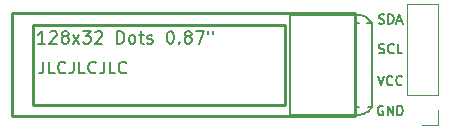
<source format=gto>
G04 EasyEDA Pro v1.9.28, 2023-01-14 19:19:00*
G04 Gerber Generator version 0.3*%TF.GenerationSoftware,KiCad,Pcbnew,7.0.5*%
%TF.CreationDate,2023-11-23T16:42:44+08:00*%
%TF.ProjectId,0.87OLED_DevBoard,302e3837-4f4c-4454-945f-446576426f61,rev?*%
%TF.SameCoordinates,Original*%
%TF.FileFunction,Legend,Top*%
%TF.FilePolarity,Positive*%
%FSLAX46Y46*%
G04 Gerber Fmt 4.6, Leading zero omitted, Abs format (unit mm)*
G04 Created by KiCad (PCBNEW 7.0.5) date 2023-11-23 16:42:44*
%MOMM*%
%LPD*%
G01*
G04 APERTURE LIST*
%ADD10C,0.150000*%
%ADD11C,0.203000*%
%ADD12C,0.120000*%
%ADD13C,0.254000*%
%ADD14C,0.127000*%
G04 APERTURE END LIST*
D10*
X68002493Y-59019819D02*
X68002493Y-59734104D01*
X68002493Y-59734104D02*
X67954874Y-59876961D01*
X67954874Y-59876961D02*
X67859636Y-59972200D01*
X67859636Y-59972200D02*
X67716779Y-60019819D01*
X67716779Y-60019819D02*
X67621541Y-60019819D01*
X68954874Y-60019819D02*
X68478684Y-60019819D01*
X68478684Y-60019819D02*
X68478684Y-59019819D01*
X69859636Y-59924580D02*
X69812017Y-59972200D01*
X69812017Y-59972200D02*
X69669160Y-60019819D01*
X69669160Y-60019819D02*
X69573922Y-60019819D01*
X69573922Y-60019819D02*
X69431065Y-59972200D01*
X69431065Y-59972200D02*
X69335827Y-59876961D01*
X69335827Y-59876961D02*
X69288208Y-59781723D01*
X69288208Y-59781723D02*
X69240589Y-59591247D01*
X69240589Y-59591247D02*
X69240589Y-59448390D01*
X69240589Y-59448390D02*
X69288208Y-59257914D01*
X69288208Y-59257914D02*
X69335827Y-59162676D01*
X69335827Y-59162676D02*
X69431065Y-59067438D01*
X69431065Y-59067438D02*
X69573922Y-59019819D01*
X69573922Y-59019819D02*
X69669160Y-59019819D01*
X69669160Y-59019819D02*
X69812017Y-59067438D01*
X69812017Y-59067438D02*
X69859636Y-59115057D01*
X70573922Y-59019819D02*
X70573922Y-59734104D01*
X70573922Y-59734104D02*
X70526303Y-59876961D01*
X70526303Y-59876961D02*
X70431065Y-59972200D01*
X70431065Y-59972200D02*
X70288208Y-60019819D01*
X70288208Y-60019819D02*
X70192970Y-60019819D01*
X71526303Y-60019819D02*
X71050113Y-60019819D01*
X71050113Y-60019819D02*
X71050113Y-59019819D01*
X72431065Y-59924580D02*
X72383446Y-59972200D01*
X72383446Y-59972200D02*
X72240589Y-60019819D01*
X72240589Y-60019819D02*
X72145351Y-60019819D01*
X72145351Y-60019819D02*
X72002494Y-59972200D01*
X72002494Y-59972200D02*
X71907256Y-59876961D01*
X71907256Y-59876961D02*
X71859637Y-59781723D01*
X71859637Y-59781723D02*
X71812018Y-59591247D01*
X71812018Y-59591247D02*
X71812018Y-59448390D01*
X71812018Y-59448390D02*
X71859637Y-59257914D01*
X71859637Y-59257914D02*
X71907256Y-59162676D01*
X71907256Y-59162676D02*
X72002494Y-59067438D01*
X72002494Y-59067438D02*
X72145351Y-59019819D01*
X72145351Y-59019819D02*
X72240589Y-59019819D01*
X72240589Y-59019819D02*
X72383446Y-59067438D01*
X72383446Y-59067438D02*
X72431065Y-59115057D01*
X73145351Y-59019819D02*
X73145351Y-59734104D01*
X73145351Y-59734104D02*
X73097732Y-59876961D01*
X73097732Y-59876961D02*
X73002494Y-59972200D01*
X73002494Y-59972200D02*
X72859637Y-60019819D01*
X72859637Y-60019819D02*
X72764399Y-60019819D01*
X74097732Y-60019819D02*
X73621542Y-60019819D01*
X73621542Y-60019819D02*
X73621542Y-59019819D01*
X75002494Y-59924580D02*
X74954875Y-59972200D01*
X74954875Y-59972200D02*
X74812018Y-60019819D01*
X74812018Y-60019819D02*
X74716780Y-60019819D01*
X74716780Y-60019819D02*
X74573923Y-59972200D01*
X74573923Y-59972200D02*
X74478685Y-59876961D01*
X74478685Y-59876961D02*
X74431066Y-59781723D01*
X74431066Y-59781723D02*
X74383447Y-59591247D01*
X74383447Y-59591247D02*
X74383447Y-59448390D01*
X74383447Y-59448390D02*
X74431066Y-59257914D01*
X74431066Y-59257914D02*
X74478685Y-59162676D01*
X74478685Y-59162676D02*
X74573923Y-59067438D01*
X74573923Y-59067438D02*
X74716780Y-59019819D01*
X74716780Y-59019819D02*
X74812018Y-59019819D01*
X74812018Y-59019819D02*
X74954875Y-59067438D01*
X74954875Y-59067438D02*
X75002494Y-59115057D01*
X96752017Y-62812390D02*
X96675827Y-62774295D01*
X96675827Y-62774295D02*
X96561541Y-62774295D01*
X96561541Y-62774295D02*
X96447255Y-62812390D01*
X96447255Y-62812390D02*
X96371065Y-62888580D01*
X96371065Y-62888580D02*
X96332970Y-62964771D01*
X96332970Y-62964771D02*
X96294874Y-63117152D01*
X96294874Y-63117152D02*
X96294874Y-63231438D01*
X96294874Y-63231438D02*
X96332970Y-63383819D01*
X96332970Y-63383819D02*
X96371065Y-63460009D01*
X96371065Y-63460009D02*
X96447255Y-63536200D01*
X96447255Y-63536200D02*
X96561541Y-63574295D01*
X96561541Y-63574295D02*
X96637732Y-63574295D01*
X96637732Y-63574295D02*
X96752017Y-63536200D01*
X96752017Y-63536200D02*
X96790113Y-63498104D01*
X96790113Y-63498104D02*
X96790113Y-63231438D01*
X96790113Y-63231438D02*
X96637732Y-63231438D01*
X97132970Y-63574295D02*
X97132970Y-62774295D01*
X97132970Y-62774295D02*
X97590113Y-63574295D01*
X97590113Y-63574295D02*
X97590113Y-62774295D01*
X97971065Y-63574295D02*
X97971065Y-62774295D01*
X97971065Y-62774295D02*
X98161541Y-62774295D01*
X98161541Y-62774295D02*
X98275827Y-62812390D01*
X98275827Y-62812390D02*
X98352017Y-62888580D01*
X98352017Y-62888580D02*
X98390112Y-62964771D01*
X98390112Y-62964771D02*
X98428208Y-63117152D01*
X98428208Y-63117152D02*
X98428208Y-63231438D01*
X98428208Y-63231438D02*
X98390112Y-63383819D01*
X98390112Y-63383819D02*
X98352017Y-63460009D01*
X98352017Y-63460009D02*
X98275827Y-63536200D01*
X98275827Y-63536200D02*
X98161541Y-63574295D01*
X98161541Y-63574295D02*
X97971065Y-63574295D01*
X96294874Y-60234295D02*
X96561541Y-61034295D01*
X96561541Y-61034295D02*
X96828207Y-60234295D01*
X97552017Y-60958104D02*
X97513921Y-60996200D01*
X97513921Y-60996200D02*
X97399636Y-61034295D01*
X97399636Y-61034295D02*
X97323445Y-61034295D01*
X97323445Y-61034295D02*
X97209159Y-60996200D01*
X97209159Y-60996200D02*
X97132969Y-60920009D01*
X97132969Y-60920009D02*
X97094874Y-60843819D01*
X97094874Y-60843819D02*
X97056778Y-60691438D01*
X97056778Y-60691438D02*
X97056778Y-60577152D01*
X97056778Y-60577152D02*
X97094874Y-60424771D01*
X97094874Y-60424771D02*
X97132969Y-60348580D01*
X97132969Y-60348580D02*
X97209159Y-60272390D01*
X97209159Y-60272390D02*
X97323445Y-60234295D01*
X97323445Y-60234295D02*
X97399636Y-60234295D01*
X97399636Y-60234295D02*
X97513921Y-60272390D01*
X97513921Y-60272390D02*
X97552017Y-60310485D01*
X98352017Y-60958104D02*
X98313921Y-60996200D01*
X98313921Y-60996200D02*
X98199636Y-61034295D01*
X98199636Y-61034295D02*
X98123445Y-61034295D01*
X98123445Y-61034295D02*
X98009159Y-60996200D01*
X98009159Y-60996200D02*
X97932969Y-60920009D01*
X97932969Y-60920009D02*
X97894874Y-60843819D01*
X97894874Y-60843819D02*
X97856778Y-60691438D01*
X97856778Y-60691438D02*
X97856778Y-60577152D01*
X97856778Y-60577152D02*
X97894874Y-60424771D01*
X97894874Y-60424771D02*
X97932969Y-60348580D01*
X97932969Y-60348580D02*
X98009159Y-60272390D01*
X98009159Y-60272390D02*
X98123445Y-60234295D01*
X98123445Y-60234295D02*
X98199636Y-60234295D01*
X98199636Y-60234295D02*
X98313921Y-60272390D01*
X98313921Y-60272390D02*
X98352017Y-60310485D01*
X96409159Y-58296200D02*
X96523445Y-58334295D01*
X96523445Y-58334295D02*
X96713921Y-58334295D01*
X96713921Y-58334295D02*
X96790112Y-58296200D01*
X96790112Y-58296200D02*
X96828207Y-58258104D01*
X96828207Y-58258104D02*
X96866302Y-58181914D01*
X96866302Y-58181914D02*
X96866302Y-58105723D01*
X96866302Y-58105723D02*
X96828207Y-58029533D01*
X96828207Y-58029533D02*
X96790112Y-57991438D01*
X96790112Y-57991438D02*
X96713921Y-57953342D01*
X96713921Y-57953342D02*
X96561540Y-57915247D01*
X96561540Y-57915247D02*
X96485350Y-57877152D01*
X96485350Y-57877152D02*
X96447255Y-57839057D01*
X96447255Y-57839057D02*
X96409159Y-57762866D01*
X96409159Y-57762866D02*
X96409159Y-57686676D01*
X96409159Y-57686676D02*
X96447255Y-57610485D01*
X96447255Y-57610485D02*
X96485350Y-57572390D01*
X96485350Y-57572390D02*
X96561540Y-57534295D01*
X96561540Y-57534295D02*
X96752017Y-57534295D01*
X96752017Y-57534295D02*
X96866302Y-57572390D01*
X97666303Y-58258104D02*
X97628207Y-58296200D01*
X97628207Y-58296200D02*
X97513922Y-58334295D01*
X97513922Y-58334295D02*
X97437731Y-58334295D01*
X97437731Y-58334295D02*
X97323445Y-58296200D01*
X97323445Y-58296200D02*
X97247255Y-58220009D01*
X97247255Y-58220009D02*
X97209160Y-58143819D01*
X97209160Y-58143819D02*
X97171064Y-57991438D01*
X97171064Y-57991438D02*
X97171064Y-57877152D01*
X97171064Y-57877152D02*
X97209160Y-57724771D01*
X97209160Y-57724771D02*
X97247255Y-57648580D01*
X97247255Y-57648580D02*
X97323445Y-57572390D01*
X97323445Y-57572390D02*
X97437731Y-57534295D01*
X97437731Y-57534295D02*
X97513922Y-57534295D01*
X97513922Y-57534295D02*
X97628207Y-57572390D01*
X97628207Y-57572390D02*
X97666303Y-57610485D01*
X98390112Y-58334295D02*
X98009160Y-58334295D01*
X98009160Y-58334295D02*
X98009160Y-57534295D01*
X96390112Y-55766200D02*
X96504398Y-55804295D01*
X96504398Y-55804295D02*
X96694874Y-55804295D01*
X96694874Y-55804295D02*
X96771065Y-55766200D01*
X96771065Y-55766200D02*
X96809160Y-55728104D01*
X96809160Y-55728104D02*
X96847255Y-55651914D01*
X96847255Y-55651914D02*
X96847255Y-55575723D01*
X96847255Y-55575723D02*
X96809160Y-55499533D01*
X96809160Y-55499533D02*
X96771065Y-55461438D01*
X96771065Y-55461438D02*
X96694874Y-55423342D01*
X96694874Y-55423342D02*
X96542493Y-55385247D01*
X96542493Y-55385247D02*
X96466303Y-55347152D01*
X96466303Y-55347152D02*
X96428208Y-55309057D01*
X96428208Y-55309057D02*
X96390112Y-55232866D01*
X96390112Y-55232866D02*
X96390112Y-55156676D01*
X96390112Y-55156676D02*
X96428208Y-55080485D01*
X96428208Y-55080485D02*
X96466303Y-55042390D01*
X96466303Y-55042390D02*
X96542493Y-55004295D01*
X96542493Y-55004295D02*
X96732970Y-55004295D01*
X96732970Y-55004295D02*
X96847255Y-55042390D01*
X97190113Y-55804295D02*
X97190113Y-55004295D01*
X97190113Y-55004295D02*
X97380589Y-55004295D01*
X97380589Y-55004295D02*
X97494875Y-55042390D01*
X97494875Y-55042390D02*
X97571065Y-55118580D01*
X97571065Y-55118580D02*
X97609160Y-55194771D01*
X97609160Y-55194771D02*
X97647256Y-55347152D01*
X97647256Y-55347152D02*
X97647256Y-55461438D01*
X97647256Y-55461438D02*
X97609160Y-55613819D01*
X97609160Y-55613819D02*
X97571065Y-55690009D01*
X97571065Y-55690009D02*
X97494875Y-55766200D01*
X97494875Y-55766200D02*
X97380589Y-55804295D01*
X97380589Y-55804295D02*
X97190113Y-55804295D01*
X97952017Y-55575723D02*
X98332970Y-55575723D01*
X97875827Y-55804295D02*
X98142494Y-55004295D01*
X98142494Y-55004295D02*
X98409160Y-55804295D01*
D11*
%TO.C,U1*%
X68143552Y-57495194D02*
X67543552Y-57495194D01*
X67843552Y-57495194D02*
X67843552Y-56445194D01*
X67843552Y-56445194D02*
X67743552Y-56595194D01*
X67743552Y-56595194D02*
X67643552Y-56695194D01*
X67643552Y-56695194D02*
X67543552Y-56745194D01*
X68543552Y-56545194D02*
X68593552Y-56495194D01*
X68593552Y-56495194D02*
X68693552Y-56445194D01*
X68693552Y-56445194D02*
X68943552Y-56445194D01*
X68943552Y-56445194D02*
X69043552Y-56495194D01*
X69043552Y-56495194D02*
X69093552Y-56545194D01*
X69093552Y-56545194D02*
X69143552Y-56645194D01*
X69143552Y-56645194D02*
X69143552Y-56745194D01*
X69143552Y-56745194D02*
X69093552Y-56895194D01*
X69093552Y-56895194D02*
X68493552Y-57495194D01*
X68493552Y-57495194D02*
X69143552Y-57495194D01*
X69743552Y-56895194D02*
X69643552Y-56845194D01*
X69643552Y-56845194D02*
X69593552Y-56795194D01*
X69593552Y-56795194D02*
X69543552Y-56695194D01*
X69543552Y-56695194D02*
X69543552Y-56645194D01*
X69543552Y-56645194D02*
X69593552Y-56545194D01*
X69593552Y-56545194D02*
X69643552Y-56495194D01*
X69643552Y-56495194D02*
X69743552Y-56445194D01*
X69743552Y-56445194D02*
X69943552Y-56445194D01*
X69943552Y-56445194D02*
X70043552Y-56495194D01*
X70043552Y-56495194D02*
X70093552Y-56545194D01*
X70093552Y-56545194D02*
X70143552Y-56645194D01*
X70143552Y-56645194D02*
X70143552Y-56695194D01*
X70143552Y-56695194D02*
X70093552Y-56795194D01*
X70093552Y-56795194D02*
X70043552Y-56845194D01*
X70043552Y-56845194D02*
X69943552Y-56895194D01*
X69943552Y-56895194D02*
X69743552Y-56895194D01*
X69743552Y-56895194D02*
X69643552Y-56945194D01*
X69643552Y-56945194D02*
X69593552Y-56995194D01*
X69593552Y-56995194D02*
X69543552Y-57095194D01*
X69543552Y-57095194D02*
X69543552Y-57295194D01*
X69543552Y-57295194D02*
X69593552Y-57395194D01*
X69593552Y-57395194D02*
X69643552Y-57445194D01*
X69643552Y-57445194D02*
X69743552Y-57495194D01*
X69743552Y-57495194D02*
X69943552Y-57495194D01*
X69943552Y-57495194D02*
X70043552Y-57445194D01*
X70043552Y-57445194D02*
X70093552Y-57395194D01*
X70093552Y-57395194D02*
X70143552Y-57295194D01*
X70143552Y-57295194D02*
X70143552Y-57095194D01*
X70143552Y-57095194D02*
X70093552Y-56995194D01*
X70093552Y-56995194D02*
X70043552Y-56945194D01*
X70043552Y-56945194D02*
X69943552Y-56895194D01*
X70493552Y-57495194D02*
X71043552Y-56795194D01*
X70493552Y-56795194D02*
X71043552Y-57495194D01*
X71343552Y-56445194D02*
X71993552Y-56445194D01*
X71993552Y-56445194D02*
X71643552Y-56845194D01*
X71643552Y-56845194D02*
X71793552Y-56845194D01*
X71793552Y-56845194D02*
X71893552Y-56895194D01*
X71893552Y-56895194D02*
X71943552Y-56945194D01*
X71943552Y-56945194D02*
X71993552Y-57045194D01*
X71993552Y-57045194D02*
X71993552Y-57295194D01*
X71993552Y-57295194D02*
X71943552Y-57395194D01*
X71943552Y-57395194D02*
X71893552Y-57445194D01*
X71893552Y-57445194D02*
X71793552Y-57495194D01*
X71793552Y-57495194D02*
X71493552Y-57495194D01*
X71493552Y-57495194D02*
X71393552Y-57445194D01*
X71393552Y-57445194D02*
X71343552Y-57395194D01*
X72393552Y-56545194D02*
X72443552Y-56495194D01*
X72443552Y-56495194D02*
X72543552Y-56445194D01*
X72543552Y-56445194D02*
X72793552Y-56445194D01*
X72793552Y-56445194D02*
X72893552Y-56495194D01*
X72893552Y-56495194D02*
X72943552Y-56545194D01*
X72943552Y-56545194D02*
X72993552Y-56645194D01*
X72993552Y-56645194D02*
X72993552Y-56745194D01*
X72993552Y-56745194D02*
X72943552Y-56895194D01*
X72943552Y-56895194D02*
X72343552Y-57495194D01*
X72343552Y-57495194D02*
X72993552Y-57495194D01*
X74243552Y-57495194D02*
X74243552Y-56445194D01*
X74243552Y-56445194D02*
X74493552Y-56445194D01*
X74493552Y-56445194D02*
X74643552Y-56495194D01*
X74643552Y-56495194D02*
X74743552Y-56595194D01*
X74743552Y-56595194D02*
X74793552Y-56695194D01*
X74793552Y-56695194D02*
X74843552Y-56895194D01*
X74843552Y-56895194D02*
X74843552Y-57045194D01*
X74843552Y-57045194D02*
X74793552Y-57245194D01*
X74793552Y-57245194D02*
X74743552Y-57345194D01*
X74743552Y-57345194D02*
X74643552Y-57445194D01*
X74643552Y-57445194D02*
X74493552Y-57495194D01*
X74493552Y-57495194D02*
X74243552Y-57495194D01*
X75443552Y-57495194D02*
X75343552Y-57445194D01*
X75343552Y-57445194D02*
X75293552Y-57395194D01*
X75293552Y-57395194D02*
X75243552Y-57295194D01*
X75243552Y-57295194D02*
X75243552Y-56995194D01*
X75243552Y-56995194D02*
X75293552Y-56895194D01*
X75293552Y-56895194D02*
X75343552Y-56845194D01*
X75343552Y-56845194D02*
X75443552Y-56795194D01*
X75443552Y-56795194D02*
X75593552Y-56795194D01*
X75593552Y-56795194D02*
X75693552Y-56845194D01*
X75693552Y-56845194D02*
X75743552Y-56895194D01*
X75743552Y-56895194D02*
X75793552Y-56995194D01*
X75793552Y-56995194D02*
X75793552Y-57295194D01*
X75793552Y-57295194D02*
X75743552Y-57395194D01*
X75743552Y-57395194D02*
X75693552Y-57445194D01*
X75693552Y-57445194D02*
X75593552Y-57495194D01*
X75593552Y-57495194D02*
X75443552Y-57495194D01*
X76093552Y-56795194D02*
X76493552Y-56795194D01*
X76243552Y-56445194D02*
X76243552Y-57345194D01*
X76243552Y-57345194D02*
X76293552Y-57445194D01*
X76293552Y-57445194D02*
X76393552Y-57495194D01*
X76393552Y-57495194D02*
X76493552Y-57495194D01*
X76793552Y-57445194D02*
X76893552Y-57495194D01*
X76893552Y-57495194D02*
X77093552Y-57495194D01*
X77093552Y-57495194D02*
X77193552Y-57445194D01*
X77193552Y-57445194D02*
X77243552Y-57345194D01*
X77243552Y-57345194D02*
X77243552Y-57295194D01*
X77243552Y-57295194D02*
X77193552Y-57195194D01*
X77193552Y-57195194D02*
X77093552Y-57145194D01*
X77093552Y-57145194D02*
X76943552Y-57145194D01*
X76943552Y-57145194D02*
X76843552Y-57095194D01*
X76843552Y-57095194D02*
X76793552Y-56995194D01*
X76793552Y-56995194D02*
X76793552Y-56945194D01*
X76793552Y-56945194D02*
X76843552Y-56845194D01*
X76843552Y-56845194D02*
X76943552Y-56795194D01*
X76943552Y-56795194D02*
X77093552Y-56795194D01*
X77093552Y-56795194D02*
X77193552Y-56845194D01*
X78693552Y-56445194D02*
X78793552Y-56445194D01*
X78793552Y-56445194D02*
X78893552Y-56495194D01*
X78893552Y-56495194D02*
X78943552Y-56545194D01*
X78943552Y-56545194D02*
X78993552Y-56645194D01*
X78993552Y-56645194D02*
X79043552Y-56845194D01*
X79043552Y-56845194D02*
X79043552Y-57095194D01*
X79043552Y-57095194D02*
X78993552Y-57295194D01*
X78993552Y-57295194D02*
X78943552Y-57395194D01*
X78943552Y-57395194D02*
X78893552Y-57445194D01*
X78893552Y-57445194D02*
X78793552Y-57495194D01*
X78793552Y-57495194D02*
X78693552Y-57495194D01*
X78693552Y-57495194D02*
X78593552Y-57445194D01*
X78593552Y-57445194D02*
X78543552Y-57395194D01*
X78543552Y-57395194D02*
X78493552Y-57295194D01*
X78493552Y-57295194D02*
X78443552Y-57095194D01*
X78443552Y-57095194D02*
X78443552Y-56845194D01*
X78443552Y-56845194D02*
X78493552Y-56645194D01*
X78493552Y-56645194D02*
X78543552Y-56545194D01*
X78543552Y-56545194D02*
X78593552Y-56495194D01*
X78593552Y-56495194D02*
X78693552Y-56445194D01*
X79493552Y-57395194D02*
X79543552Y-57445194D01*
X79543552Y-57445194D02*
X79493552Y-57495194D01*
X79493552Y-57495194D02*
X79443552Y-57445194D01*
X79443552Y-57445194D02*
X79493552Y-57395194D01*
X79493552Y-57395194D02*
X79493552Y-57495194D01*
X80143552Y-56895194D02*
X80043552Y-56845194D01*
X80043552Y-56845194D02*
X79993552Y-56795194D01*
X79993552Y-56795194D02*
X79943552Y-56695194D01*
X79943552Y-56695194D02*
X79943552Y-56645194D01*
X79943552Y-56645194D02*
X79993552Y-56545194D01*
X79993552Y-56545194D02*
X80043552Y-56495194D01*
X80043552Y-56495194D02*
X80143552Y-56445194D01*
X80143552Y-56445194D02*
X80343552Y-56445194D01*
X80343552Y-56445194D02*
X80443552Y-56495194D01*
X80443552Y-56495194D02*
X80493552Y-56545194D01*
X80493552Y-56545194D02*
X80543552Y-56645194D01*
X80543552Y-56645194D02*
X80543552Y-56695194D01*
X80543552Y-56695194D02*
X80493552Y-56795194D01*
X80493552Y-56795194D02*
X80443552Y-56845194D01*
X80443552Y-56845194D02*
X80343552Y-56895194D01*
X80343552Y-56895194D02*
X80143552Y-56895194D01*
X80143552Y-56895194D02*
X80043552Y-56945194D01*
X80043552Y-56945194D02*
X79993552Y-56995194D01*
X79993552Y-56995194D02*
X79943552Y-57095194D01*
X79943552Y-57095194D02*
X79943552Y-57295194D01*
X79943552Y-57295194D02*
X79993552Y-57395194D01*
X79993552Y-57395194D02*
X80043552Y-57445194D01*
X80043552Y-57445194D02*
X80143552Y-57495194D01*
X80143552Y-57495194D02*
X80343552Y-57495194D01*
X80343552Y-57495194D02*
X80443552Y-57445194D01*
X80443552Y-57445194D02*
X80493552Y-57395194D01*
X80493552Y-57395194D02*
X80543552Y-57295194D01*
X80543552Y-57295194D02*
X80543552Y-57095194D01*
X80543552Y-57095194D02*
X80493552Y-56995194D01*
X80493552Y-56995194D02*
X80443552Y-56945194D01*
X80443552Y-56945194D02*
X80343552Y-56895194D01*
X80893552Y-56445194D02*
X81593552Y-56445194D01*
X81593552Y-56445194D02*
X81143552Y-57495194D01*
X81943552Y-56445194D02*
X81943552Y-56645194D01*
X82343552Y-56445194D02*
X82343552Y-56645194D01*
D12*
%TO.C,J1*%
X98740000Y-61808000D02*
X98740000Y-54128000D01*
X101400000Y-63078000D02*
X101400000Y-64408000D01*
X101400000Y-54128000D02*
X98740000Y-54128000D01*
X101400000Y-61808000D02*
X98740000Y-61808000D01*
X101400000Y-64408000D02*
X100070000Y-64408000D01*
X101400000Y-61808000D02*
X101400000Y-54128000D01*
D13*
%TO.C,U1*%
X65355000Y-54921000D02*
X94355000Y-54921000D01*
D14*
X94678000Y-62836000D02*
X94355000Y-62836000D01*
X95855000Y-62836000D02*
X95446000Y-62836000D01*
X94738000Y-55736000D02*
X94355000Y-55736000D01*
X95855000Y-55736000D02*
X95386000Y-55736000D01*
X95855000Y-62836000D02*
X95855000Y-55736000D01*
X88861000Y-55059000D02*
X88848000Y-63525000D01*
X88848000Y-63525000D02*
X94789000Y-63521000D01*
X88861000Y-55059000D02*
X94701000Y-55059000D01*
X95514000Y-55395000D02*
X95855000Y-55736000D01*
X95439000Y-63252000D02*
X95855000Y-62836000D01*
D13*
X94355000Y-63621000D02*
X94355000Y-54921000D01*
X88491000Y-62737000D02*
X67091000Y-62737000D01*
X67091000Y-62737000D02*
X67091000Y-55937000D01*
X67091000Y-55937000D02*
X88491000Y-55937000D01*
X88491000Y-55937000D02*
X88491000Y-62737000D01*
X65355000Y-54921000D02*
X65355000Y-63621000D01*
X94355000Y-63621000D02*
X65355000Y-63621000D01*
D14*
X94788981Y-63521238D02*
G75*
G03*
X95438999Y-63251999I19J919238D01*
G01*
X95514000Y-55395000D02*
G75*
G03*
X94701000Y-55058244I-813000J-813000D01*
G01*
%TD*%
M02*

</source>
